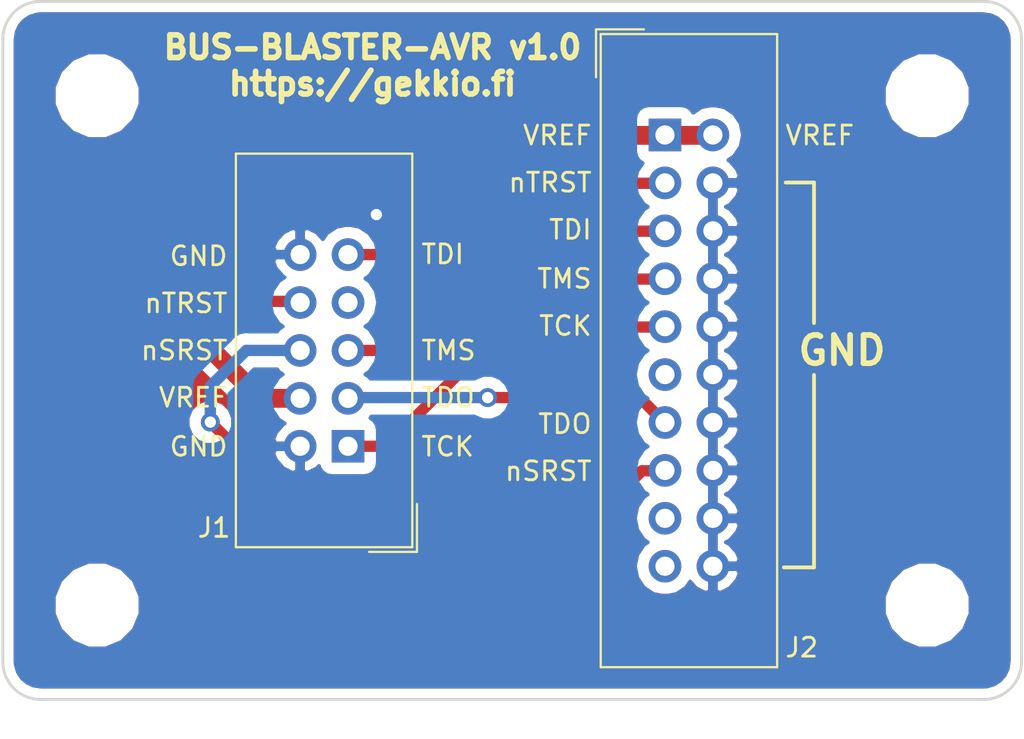
<source format=kicad_pcb>
(kicad_pcb (version 20171130) (host pcbnew 5.0.1-33cea8e~68~ubuntu18.10.1)

  (general
    (thickness 1.6)
    (drawings 31)
    (tracks 36)
    (zones 0)
    (modules 6)
    (nets 13)
  )

  (page A4)
  (title_block
    (title BUS-BLASTER-AVR)
    (rev v1.0)
    (company https://gekkio.fi)
  )

  (layers
    (0 F.Cu signal)
    (31 B.Cu signal)
    (32 B.Adhes user)
    (33 F.Adhes user)
    (34 B.Paste user)
    (35 F.Paste user)
    (36 B.SilkS user)
    (37 F.SilkS user)
    (38 B.Mask user)
    (39 F.Mask user)
    (40 Dwgs.User user)
    (41 Cmts.User user)
    (42 Eco1.User user)
    (43 Eco2.User user)
    (44 Edge.Cuts user)
    (45 Margin user)
    (46 B.CrtYd user)
    (47 F.CrtYd user)
    (48 B.Fab user)
    (49 F.Fab user)
  )

  (setup
    (last_trace_width 0.6)
    (user_trace_width 1)
    (trace_clearance 0.6)
    (zone_clearance 0.5)
    (zone_45_only no)
    (trace_min 0.2)
    (segment_width 0.2)
    (edge_width 0.15)
    (via_size 1)
    (via_drill 0.6)
    (via_min_size 0.4)
    (via_min_drill 0.3)
    (uvia_size 0.3)
    (uvia_drill 0.1)
    (uvias_allowed no)
    (uvia_min_size 0.2)
    (uvia_min_drill 0.1)
    (pcb_text_width 0.3)
    (pcb_text_size 1.5 1.5)
    (mod_edge_width 0.15)
    (mod_text_size 1 1)
    (mod_text_width 0.15)
    (pad_size 1.524 1.524)
    (pad_drill 0.762)
    (pad_to_mask_clearance 0)
    (solder_mask_min_width 0.2)
    (aux_axis_origin 0 0)
    (visible_elements FFFFFF7F)
    (pcbplotparams
      (layerselection 0x010fc_ffffffff)
      (usegerberextensions false)
      (usegerberattributes false)
      (usegerberadvancedattributes false)
      (creategerberjobfile true)
      (excludeedgelayer false)
      (linewidth 0.100000)
      (plotframeref false)
      (viasonmask false)
      (mode 1)
      (useauxorigin false)
      (hpglpennumber 1)
      (hpglpenspeed 20)
      (hpglpendiameter 15.000000)
      (psnegative false)
      (psa4output false)
      (plotreference true)
      (plotvalue true)
      (plotinvisibletext false)
      (padsonsilk false)
      (subtractmaskfromsilk false)
      (outputformat 1)
      (mirror false)
      (drillshape 0)
      (scaleselection 1)
      (outputdirectory "gerber/"))
  )

  (net 0 "")
  (net 1 "Net-(J1-Pad7)")
  (net 2 "Net-(J2-Pad11)")
  (net 3 "Net-(J2-Pad17)")
  (net 4 "Net-(J2-Pad19)")
  (net 5 TCK)
  (net 6 GND)
  (net 7 TDO)
  (net 8 VREF)
  (net 9 TMS)
  (net 10 nSRST)
  (net 11 nTRST)
  (net 12 TDI)

  (net_class Default "This is the default net class."
    (clearance 0.6)
    (trace_width 0.6)
    (via_dia 1)
    (via_drill 0.6)
    (uvia_dia 0.3)
    (uvia_drill 0.1)
    (add_net GND)
    (add_net "Net-(J1-Pad7)")
    (add_net "Net-(J2-Pad11)")
    (add_net "Net-(J2-Pad17)")
    (add_net "Net-(J2-Pad19)")
    (add_net TCK)
    (add_net TDI)
    (add_net TDO)
    (add_net TMS)
    (add_net VREF)
    (add_net nSRST)
    (add_net nTRST)
  )

  (module MountingHole:MountingHole_3.2mm_M3 (layer F.Cu) (tedit 5BCF5F7B) (tstamp 5BD0E123)
    (at 97 82)
    (descr "Mounting Hole 3.2mm, no annular, M3")
    (tags "mounting hole 3.2mm no annular m3")
    (path /5BCF96FD)
    (attr virtual)
    (fp_text reference H4 (at 0 -4.2) (layer F.SilkS) hide
      (effects (font (size 1 1) (thickness 0.15)))
    )
    (fp_text value MountingHole (at 0 4.2) (layer F.Fab)
      (effects (font (size 1 1) (thickness 0.15)))
    )
    (fp_circle (center 0 0) (end 3.45 0) (layer F.CrtYd) (width 0.05))
    (fp_circle (center 0 0) (end 3.2 0) (layer Cmts.User) (width 0.15))
    (fp_text user %R (at 0.3 0) (layer F.Fab)
      (effects (font (size 1 1) (thickness 0.15)))
    )
    (pad 1 np_thru_hole circle (at 0 0) (size 3.2 3.2) (drill 3.2) (layers *.Cu *.Mask))
  )

  (module MountingHole:MountingHole_3.2mm_M3 (layer F.Cu) (tedit 5BCF5F74) (tstamp 5BD0E11B)
    (at 97 55)
    (descr "Mounting Hole 3.2mm, no annular, M3")
    (tags "mounting hole 3.2mm no annular m3")
    (path /5BCF965D)
    (attr virtual)
    (fp_text reference H3 (at 0 -4.2) (layer F.SilkS) hide
      (effects (font (size 1 1) (thickness 0.15)))
    )
    (fp_text value MountingHole (at 0 4.2) (layer F.Fab)
      (effects (font (size 1 1) (thickness 0.15)))
    )
    (fp_text user %R (at 0.3 0) (layer F.Fab)
      (effects (font (size 1 1) (thickness 0.15)))
    )
    (fp_circle (center 0 0) (end 3.2 0) (layer Cmts.User) (width 0.15))
    (fp_circle (center 0 0) (end 3.45 0) (layer F.CrtYd) (width 0.05))
    (pad 1 np_thru_hole circle (at 0 0) (size 3.2 3.2) (drill 3.2) (layers *.Cu *.Mask))
  )

  (module MountingHole:MountingHole_3.2mm_M3 (layer F.Cu) (tedit 5BCF5F78) (tstamp 5BD0E113)
    (at 53 82)
    (descr "Mounting Hole 3.2mm, no annular, M3")
    (tags "mounting hole 3.2mm no annular m3")
    (path /5BCF96B1)
    (attr virtual)
    (fp_text reference H2 (at 0 -4.2) (layer F.SilkS) hide
      (effects (font (size 1 1) (thickness 0.15)))
    )
    (fp_text value MountingHole (at 0 4.2) (layer F.Fab)
      (effects (font (size 1 1) (thickness 0.15)))
    )
    (fp_circle (center 0 0) (end 3.45 0) (layer F.CrtYd) (width 0.05))
    (fp_circle (center 0 0) (end 3.2 0) (layer Cmts.User) (width 0.15))
    (fp_text user %R (at 0.3 0) (layer F.Fab)
      (effects (font (size 1 1) (thickness 0.15)))
    )
    (pad 1 np_thru_hole circle (at 0 0) (size 3.2 3.2) (drill 3.2) (layers *.Cu *.Mask))
  )

  (module MountingHole:MountingHole_3.2mm_M3 (layer F.Cu) (tedit 5BCF5F72) (tstamp 5BD0E10B)
    (at 53 55)
    (descr "Mounting Hole 3.2mm, no annular, M3")
    (tags "mounting hole 3.2mm no annular m3")
    (path /5BCF951C)
    (attr virtual)
    (fp_text reference H1 (at 0 -4.2) (layer F.SilkS) hide
      (effects (font (size 1 1) (thickness 0.15)))
    )
    (fp_text value MountingHole (at 0 4.2) (layer F.Fab)
      (effects (font (size 1 1) (thickness 0.15)))
    )
    (fp_text user %R (at 0.3 0) (layer F.Fab)
      (effects (font (size 1 1) (thickness 0.15)))
    )
    (fp_circle (center 0 0) (end 3.2 0) (layer Cmts.User) (width 0.15))
    (fp_circle (center 0 0) (end 3.45 0) (layer F.CrtYd) (width 0.05))
    (pad 1 np_thru_hole circle (at 0 0) (size 3.2 3.2) (drill 3.2) (layers *.Cu *.Mask))
  )

  (module Connector_IDC:IDC-Header_2x05_P2.54mm_Vertical (layer F.Cu) (tedit 59DE0611) (tstamp 5BCF6C7C)
    (at 66.3 73.58 180)
    (descr "Through hole straight IDC box header, 2x05, 2.54mm pitch, double rows")
    (tags "Through hole IDC box header THT 2x05 2.54mm double row")
    (path /59B3984B)
    (fp_text reference J1 (at 7.1 -4.32 180) (layer F.SilkS)
      (effects (font (size 1 1) (thickness 0.15)))
    )
    (fp_text value Conn_02x05_Odd_Even (at 1 -6.57 180) (layer F.Fab)
      (effects (font (size 1 1) (thickness 0.15)))
    )
    (fp_text user %R (at 1.27 5.08 180) (layer F.Fab)
      (effects (font (size 1 1) (thickness 0.15)))
    )
    (fp_line (start 5.695 -5.1) (end 5.695 15.26) (layer F.Fab) (width 0.1))
    (fp_line (start 5.145 -4.56) (end 5.145 14.7) (layer F.Fab) (width 0.1))
    (fp_line (start -3.155 -5.1) (end -3.155 15.26) (layer F.Fab) (width 0.1))
    (fp_line (start -2.605 -4.56) (end -2.605 2.83) (layer F.Fab) (width 0.1))
    (fp_line (start -2.605 7.33) (end -2.605 14.7) (layer F.Fab) (width 0.1))
    (fp_line (start -2.605 2.83) (end -3.155 2.83) (layer F.Fab) (width 0.1))
    (fp_line (start -2.605 7.33) (end -3.155 7.33) (layer F.Fab) (width 0.1))
    (fp_line (start 5.695 -5.1) (end -3.155 -5.1) (layer F.Fab) (width 0.1))
    (fp_line (start 5.145 -4.56) (end -2.605 -4.56) (layer F.Fab) (width 0.1))
    (fp_line (start 5.695 15.26) (end -3.155 15.26) (layer F.Fab) (width 0.1))
    (fp_line (start 5.145 14.7) (end -2.605 14.7) (layer F.Fab) (width 0.1))
    (fp_line (start 5.695 -5.1) (end 5.145 -4.56) (layer F.Fab) (width 0.1))
    (fp_line (start 5.695 15.26) (end 5.145 14.7) (layer F.Fab) (width 0.1))
    (fp_line (start -3.155 -5.1) (end -2.605 -4.56) (layer F.Fab) (width 0.1))
    (fp_line (start -3.155 15.26) (end -2.605 14.7) (layer F.Fab) (width 0.1))
    (fp_line (start 5.95 -5.35) (end 5.95 15.51) (layer F.CrtYd) (width 0.05))
    (fp_line (start 5.95 15.51) (end -3.41 15.51) (layer F.CrtYd) (width 0.05))
    (fp_line (start -3.41 15.51) (end -3.41 -5.35) (layer F.CrtYd) (width 0.05))
    (fp_line (start -3.41 -5.35) (end 5.95 -5.35) (layer F.CrtYd) (width 0.05))
    (fp_line (start 5.945 -5.35) (end 5.945 15.51) (layer F.SilkS) (width 0.12))
    (fp_line (start 5.945 15.51) (end -3.405 15.51) (layer F.SilkS) (width 0.12))
    (fp_line (start -3.405 15.51) (end -3.405 -5.35) (layer F.SilkS) (width 0.12))
    (fp_line (start -3.405 -5.35) (end 5.945 -5.35) (layer F.SilkS) (width 0.12))
    (fp_line (start -3.655 -5.6) (end -3.655 -3.06) (layer F.SilkS) (width 0.12))
    (fp_line (start -3.655 -5.6) (end -1.115 -5.6) (layer F.SilkS) (width 0.12))
    (pad 1 thru_hole rect (at 0 0 180) (size 1.7272 1.7272) (drill 1.016) (layers *.Cu *.Mask)
      (net 5 TCK))
    (pad 2 thru_hole oval (at 2.54 0 180) (size 1.7272 1.7272) (drill 1.016) (layers *.Cu *.Mask)
      (net 6 GND))
    (pad 3 thru_hole oval (at 0 2.54 180) (size 1.7272 1.7272) (drill 1.016) (layers *.Cu *.Mask)
      (net 7 TDO))
    (pad 4 thru_hole oval (at 2.54 2.54 180) (size 1.7272 1.7272) (drill 1.016) (layers *.Cu *.Mask)
      (net 8 VREF))
    (pad 5 thru_hole oval (at 0 5.08 180) (size 1.7272 1.7272) (drill 1.016) (layers *.Cu *.Mask)
      (net 9 TMS))
    (pad 6 thru_hole oval (at 2.54 5.08 180) (size 1.7272 1.7272) (drill 1.016) (layers *.Cu *.Mask)
      (net 10 nSRST))
    (pad 7 thru_hole oval (at 0 7.62 180) (size 1.7272 1.7272) (drill 1.016) (layers *.Cu *.Mask)
      (net 1 "Net-(J1-Pad7)"))
    (pad 8 thru_hole oval (at 2.54 7.62 180) (size 1.7272 1.7272) (drill 1.016) (layers *.Cu *.Mask)
      (net 11 nTRST))
    (pad 9 thru_hole oval (at 0 10.16 180) (size 1.7272 1.7272) (drill 1.016) (layers *.Cu *.Mask)
      (net 12 TDI))
    (pad 10 thru_hole oval (at 2.54 10.16 180) (size 1.7272 1.7272) (drill 1.016) (layers *.Cu *.Mask)
      (net 6 GND))
    (model ${KISYS3DMOD}/Connector_IDC.3dshapes/IDC-Header_2x05_P2.54mm_Vertical.wrl
      (at (xyz 0 0 0))
      (scale (xyz 1 1 1))
      (rotate (xyz 0 0 0))
    )
  )

  (module Connector_IDC:IDC-Header_2x10_P2.54mm_Vertical (layer F.Cu) (tedit 59DE0251) (tstamp 5BCF6C4B)
    (at 83.1 57.08)
    (descr "Through hole straight IDC box header, 2x10, 2.54mm pitch, double rows")
    (tags "Through hole IDC box header THT 2x10 2.54mm double row")
    (path /59B398A1)
    (fp_text reference J2 (at 7.25 27.17) (layer F.SilkS)
      (effects (font (size 1 1) (thickness 0.15)))
    )
    (fp_text value Conn_02x10_Odd_Even (at 1.2 31.17) (layer F.Fab)
      (effects (font (size 1 1) (thickness 0.15)))
    )
    (fp_text user %R (at 1.27 11.43) (layer F.Fab)
      (effects (font (size 1 1) (thickness 0.15)))
    )
    (fp_line (start 5.695 -5.1) (end 5.695 27.96) (layer F.Fab) (width 0.1))
    (fp_line (start 5.145 -4.56) (end 5.145 27.4) (layer F.Fab) (width 0.1))
    (fp_line (start -3.155 -5.1) (end -3.155 27.96) (layer F.Fab) (width 0.1))
    (fp_line (start -2.605 -4.56) (end -2.605 9.18) (layer F.Fab) (width 0.1))
    (fp_line (start -2.605 13.68) (end -2.605 27.4) (layer F.Fab) (width 0.1))
    (fp_line (start -2.605 9.18) (end -3.155 9.18) (layer F.Fab) (width 0.1))
    (fp_line (start -2.605 13.68) (end -3.155 13.68) (layer F.Fab) (width 0.1))
    (fp_line (start 5.695 -5.1) (end -3.155 -5.1) (layer F.Fab) (width 0.1))
    (fp_line (start 5.145 -4.56) (end -2.605 -4.56) (layer F.Fab) (width 0.1))
    (fp_line (start 5.695 27.96) (end -3.155 27.96) (layer F.Fab) (width 0.1))
    (fp_line (start 5.145 27.4) (end -2.605 27.4) (layer F.Fab) (width 0.1))
    (fp_line (start 5.695 -5.1) (end 5.145 -4.56) (layer F.Fab) (width 0.1))
    (fp_line (start 5.695 27.96) (end 5.145 27.4) (layer F.Fab) (width 0.1))
    (fp_line (start -3.155 -5.1) (end -2.605 -4.56) (layer F.Fab) (width 0.1))
    (fp_line (start -3.155 27.96) (end -2.605 27.4) (layer F.Fab) (width 0.1))
    (fp_line (start 5.95 -5.35) (end 5.95 28.21) (layer F.CrtYd) (width 0.05))
    (fp_line (start 5.95 28.21) (end -3.41 28.21) (layer F.CrtYd) (width 0.05))
    (fp_line (start -3.41 28.21) (end -3.41 -5.35) (layer F.CrtYd) (width 0.05))
    (fp_line (start -3.41 -5.35) (end 5.95 -5.35) (layer F.CrtYd) (width 0.05))
    (fp_line (start 5.945 -5.35) (end 5.945 28.21) (layer F.SilkS) (width 0.12))
    (fp_line (start 5.945 28.21) (end -3.405 28.21) (layer F.SilkS) (width 0.12))
    (fp_line (start -3.405 28.21) (end -3.405 -5.35) (layer F.SilkS) (width 0.12))
    (fp_line (start -3.405 -5.35) (end 5.945 -5.35) (layer F.SilkS) (width 0.12))
    (fp_line (start -3.655 -5.6) (end -3.655 -3.06) (layer F.SilkS) (width 0.12))
    (fp_line (start -3.655 -5.6) (end -1.115 -5.6) (layer F.SilkS) (width 0.12))
    (pad 1 thru_hole rect (at 0 0) (size 1.7272 1.7272) (drill 1.016) (layers *.Cu *.Mask)
      (net 8 VREF))
    (pad 2 thru_hole oval (at 2.54 0) (size 1.7272 1.7272) (drill 1.016) (layers *.Cu *.Mask)
      (net 8 VREF))
    (pad 3 thru_hole oval (at 0 2.54) (size 1.7272 1.7272) (drill 1.016) (layers *.Cu *.Mask)
      (net 11 nTRST))
    (pad 4 thru_hole oval (at 2.54 2.54) (size 1.7272 1.7272) (drill 1.016) (layers *.Cu *.Mask)
      (net 6 GND))
    (pad 5 thru_hole oval (at 0 5.08) (size 1.7272 1.7272) (drill 1.016) (layers *.Cu *.Mask)
      (net 12 TDI))
    (pad 6 thru_hole oval (at 2.54 5.08) (size 1.7272 1.7272) (drill 1.016) (layers *.Cu *.Mask)
      (net 6 GND))
    (pad 7 thru_hole oval (at 0 7.62) (size 1.7272 1.7272) (drill 1.016) (layers *.Cu *.Mask)
      (net 9 TMS))
    (pad 8 thru_hole oval (at 2.54 7.62) (size 1.7272 1.7272) (drill 1.016) (layers *.Cu *.Mask)
      (net 6 GND))
    (pad 9 thru_hole oval (at 0 10.16) (size 1.7272 1.7272) (drill 1.016) (layers *.Cu *.Mask)
      (net 5 TCK))
    (pad 10 thru_hole oval (at 2.54 10.16) (size 1.7272 1.7272) (drill 1.016) (layers *.Cu *.Mask)
      (net 6 GND))
    (pad 11 thru_hole oval (at 0 12.7) (size 1.7272 1.7272) (drill 1.016) (layers *.Cu *.Mask)
      (net 2 "Net-(J2-Pad11)"))
    (pad 12 thru_hole oval (at 2.54 12.7) (size 1.7272 1.7272) (drill 1.016) (layers *.Cu *.Mask)
      (net 6 GND))
    (pad 13 thru_hole oval (at 0 15.24) (size 1.7272 1.7272) (drill 1.016) (layers *.Cu *.Mask)
      (net 7 TDO))
    (pad 14 thru_hole oval (at 2.54 15.24) (size 1.7272 1.7272) (drill 1.016) (layers *.Cu *.Mask)
      (net 6 GND))
    (pad 15 thru_hole oval (at 0 17.78) (size 1.7272 1.7272) (drill 1.016) (layers *.Cu *.Mask)
      (net 10 nSRST))
    (pad 16 thru_hole oval (at 2.54 17.78) (size 1.7272 1.7272) (drill 1.016) (layers *.Cu *.Mask)
      (net 6 GND))
    (pad 17 thru_hole oval (at 0 20.32) (size 1.7272 1.7272) (drill 1.016) (layers *.Cu *.Mask)
      (net 3 "Net-(J2-Pad17)"))
    (pad 18 thru_hole oval (at 2.54 20.32) (size 1.7272 1.7272) (drill 1.016) (layers *.Cu *.Mask)
      (net 6 GND))
    (pad 19 thru_hole oval (at 0 22.86) (size 1.7272 1.7272) (drill 1.016) (layers *.Cu *.Mask)
      (net 4 "Net-(J2-Pad19)"))
    (pad 20 thru_hole oval (at 2.54 22.86) (size 1.7272 1.7272) (drill 1.016) (layers *.Cu *.Mask)
      (net 6 GND))
    (model ${KISYS3DMOD}/Connector_IDC.3dshapes/IDC-Header_2x10_P2.54mm_Vertical.wrl
      (at (xyz 0 0 0))
      (scale (xyz 1 1 1))
      (rotate (xyz 0 0 0))
    )
  )

  (gr_arc (start 100 52) (end 102 52) (angle -90) (layer Edge.Cuts) (width 0.15) (tstamp 5BFC6C32))
  (gr_arc (start 100 85) (end 100 87) (angle -90) (layer Edge.Cuts) (width 0.15) (tstamp 5BFC6C29))
  (gr_arc (start 50 85) (end 48 85) (angle -90) (layer Edge.Cuts) (width 0.15) (tstamp 5BFC6C21))
  (gr_arc (start 50 52) (end 50 50) (angle -90) (layer Edge.Cuts) (width 0.15))
  (gr_text "BUS-BLASTER-AVR v1.0\nhttps://gekkio.fi" (at 67.6 53.4) (layer F.SilkS)
    (effects (font (size 1.2 1.2) (thickness 0.3)))
  )
  (gr_text GND (at 60 73.6) (layer F.SilkS) (tstamp 59B3A2BA)
    (effects (font (size 1 1) (thickness 0.15)) (justify right))
  )
  (gr_text GND (at 60 63.5) (layer F.SilkS) (tstamp 59B3A2B6)
    (effects (font (size 1 1) (thickness 0.15)) (justify right))
  )
  (gr_text TDI (at 70.1 63.4) (layer F.SilkS) (tstamp 59B3A2B3)
    (effects (font (size 1 1) (thickness 0.15)) (justify left))
  )
  (gr_text TMS (at 70.1 68.5) (layer F.SilkS) (tstamp 59B3A2B0)
    (effects (font (size 1 1) (thickness 0.15)) (justify left))
  )
  (gr_text TCK (at 70.1 73.6) (layer F.SilkS) (tstamp 59B3A2AD)
    (effects (font (size 1 1) (thickness 0.15)) (justify left))
  )
  (gr_text TDO (at 70.1 71) (layer F.SilkS) (tstamp 59B3A2A9)
    (effects (font (size 1 1) (thickness 0.15)) (justify left))
  )
  (gr_text nSRST (at 60 68.5) (layer F.SilkS) (tstamp 59B3A2A7)
    (effects (font (size 1 1) (thickness 0.15)) (justify right))
  )
  (gr_text nTRST (at 60 66) (layer F.SilkS) (tstamp 59B3A29E)
    (effects (font (size 1 1) (thickness 0.15)) (justify right))
  )
  (gr_text VREF (at 60 71) (layer F.SilkS) (tstamp 59B3A29B)
    (effects (font (size 1 1) (thickness 0.15)) (justify right))
  )
  (gr_text nSRST (at 79.3 74.9) (layer F.SilkS) (tstamp 59B3A293)
    (effects (font (size 1 1) (thickness 0.15)) (justify right))
  )
  (gr_text TDO (at 79.3 72.4) (layer F.SilkS) (tstamp 59B3A290)
    (effects (font (size 1 1) (thickness 0.15)) (justify right))
  )
  (gr_text TCK (at 79.3 67.2) (layer F.SilkS) (tstamp 59B3A28D)
    (effects (font (size 1 1) (thickness 0.15)) (justify right))
  )
  (gr_text TMS (at 79.3 64.7) (layer F.SilkS) (tstamp 59B3A28A)
    (effects (font (size 1 1) (thickness 0.15)) (justify right))
  )
  (gr_text TDI (at 79.3 62.1) (layer F.SilkS) (tstamp 59B3A287)
    (effects (font (size 1 1) (thickness 0.15)) (justify right))
  )
  (gr_text nTRST (at 79.3 59.6) (layer F.SilkS) (tstamp 59B3A284)
    (effects (font (size 1 1) (thickness 0.15)) (justify right))
  )
  (gr_text VREF (at 79.3 57.1) (layer F.SilkS) (tstamp 59B3A27A)
    (effects (font (size 1 1) (thickness 0.15)) (justify right))
  )
  (gr_line (start 91 80) (end 91 69.8) (layer F.SilkS) (width 0.2))
  (gr_line (start 89.4 80) (end 91 80) (layer F.SilkS) (width 0.2))
  (gr_line (start 91 59.6) (end 91 67.05) (layer F.SilkS) (width 0.2))
  (gr_line (start 89.5 59.6) (end 91 59.6) (layer F.SilkS) (width 0.2))
  (gr_text GND (at 90 68.5) (layer F.SilkS) (tstamp 59B3A05B)
    (effects (font (size 1.5 1.5) (thickness 0.3)) (justify left))
  )
  (gr_text VREF (at 89.4 57.1) (layer F.SilkS)
    (effects (font (size 1 1) (thickness 0.15)) (justify left))
  )
  (gr_line (start 50 50) (end 100 50) (layer Edge.Cuts) (width 0.15))
  (gr_line (start 102 85) (end 102 52) (layer Edge.Cuts) (width 0.15))
  (gr_line (start 50 87) (end 100 87) (layer Edge.Cuts) (width 0.15))
  (gr_line (start 48 52) (end 48 85) (layer Edge.Cuts) (width 0.15))

  (segment (start 83.1 67.26) (end 74.64 67.26) (width 0.6) (layer F.Cu) (net 5))
  (segment (start 74.64 67.26) (end 68.32 73.58) (width 0.6) (layer F.Cu) (net 5))
  (segment (start 68.32 73.58) (end 66.3 73.58) (width 0.6) (layer F.Cu) (net 5))
  (via (at 67.8 61.3) (size 1) (drill 0.6) (layers F.Cu B.Cu) (net 6))
  (segment (start 73.7 71) (end 66.34 71) (width 0.6) (layer B.Cu) (net 7))
  (segment (start 66.34 71) (end 66.3 71.04) (width 0.6) (layer B.Cu) (net 7))
  (segment (start 81.76 71) (end 73.7 71) (width 0.6) (layer F.Cu) (net 7))
  (via (at 73.7 71) (size 1) (drill 0.6) (layers F.Cu B.Cu) (net 7))
  (segment (start 83.1 72.34) (end 81.76 71) (width 0.6) (layer F.Cu) (net 7))
  (segment (start 83.1 57.1) (end 63.2 57.1) (width 1) (layer F.Cu) (net 8))
  (segment (start 63.2 57.1) (end 58.3 62) (width 1) (layer F.Cu) (net 8))
  (segment (start 58.3 62) (end 58.3 67.7) (width 1) (layer F.Cu) (net 8))
  (segment (start 61.64 71.04) (end 63.76 71.04) (width 1) (layer F.Cu) (net 8))
  (segment (start 58.3 67.7) (end 61.64 71.04) (width 1) (layer F.Cu) (net 8))
  (segment (start 83.1 57.1) (end 85.64 57.1) (width 1) (layer F.Cu) (net 8))
  (segment (start 83.1 64.72) (end 72.48 64.72) (width 0.6) (layer F.Cu) (net 9))
  (segment (start 72.48 64.72) (end 68.7 68.5) (width 0.6) (layer F.Cu) (net 9))
  (segment (start 68.7 68.5) (end 66.3 68.5) (width 0.6) (layer F.Cu) (net 9))
  (segment (start 59 72.3) (end 59 70.4) (width 0.6) (layer B.Cu) (net 10))
  (segment (start 59 70.4) (end 60.9 68.5) (width 0.6) (layer B.Cu) (net 10))
  (segment (start 60.9 68.5) (end 63.76 68.5) (width 0.6) (layer B.Cu) (net 10))
  (segment (start 80.658686 76.1) (end 62.8 76.1) (width 0.6) (layer F.Cu) (net 10))
  (via (at 59 72.3) (size 1) (drill 0.6) (layers F.Cu B.Cu) (net 10))
  (segment (start 62.8 76.1) (end 59 72.3) (width 0.6) (layer F.Cu) (net 10))
  (segment (start 83.1 74.88) (end 81.878686 74.88) (width 0.6) (layer F.Cu) (net 10))
  (segment (start 81.878686 74.88) (end 80.658686 76.1) (width 0.6) (layer F.Cu) (net 10))
  (segment (start 62.1 65.9) (end 63.7 65.9) (width 0.6) (layer F.Cu) (net 11))
  (segment (start 61.3 65.1) (end 62.1 65.9) (width 0.6) (layer F.Cu) (net 11))
  (segment (start 61.3 61.9) (end 61.3 65.1) (width 0.6) (layer F.Cu) (net 11))
  (segment (start 83.1 59.64) (end 63.56 59.64) (width 0.6) (layer F.Cu) (net 11))
  (segment (start 63.7 65.9) (end 63.76 65.96) (width 0.6) (layer F.Cu) (net 11))
  (segment (start 63.56 59.64) (end 61.3 61.9) (width 0.6) (layer F.Cu) (net 11))
  (segment (start 83.1 62.18) (end 70.02 62.18) (width 0.6) (layer F.Cu) (net 12))
  (segment (start 70.02 62.18) (end 68.78 63.42) (width 0.6) (layer F.Cu) (net 12))
  (segment (start 68.78 63.42) (end 66.3 63.42) (width 0.6) (layer F.Cu) (net 12))
  (segment (start 83.1 62.18) (end 83.1 62.40587) (width 1) (layer B.Cu) (net 12))

  (zone (net 6) (net_name GND) (layer B.Cu) (tstamp 5BD4B741) (hatch edge 0.508)
    (connect_pads (clearance 0.5))
    (min_thickness 0.2)
    (fill yes (arc_segments 16) (thermal_gap 0.508) (thermal_bridge_width 0.508))
    (polygon
      (pts
        (xy 48 50) (xy 102 50) (xy 102 87) (xy 48 87)
      )
    )
    (filled_polygon
      (pts
        (xy 100.36995 50.734868) (xy 100.710162 50.889553) (xy 100.993282 51.133505) (xy 101.196554 51.447115) (xy 101.310322 51.82753)
        (xy 101.325001 52.02506) (xy 101.325 84.95191) (xy 101.265132 85.369952) (xy 101.110448 85.71016) (xy 100.866494 85.993283)
        (xy 100.552886 86.196553) (xy 100.17247 86.310322) (xy 99.974953 86.325) (xy 50.04809 86.325) (xy 49.630048 86.265132)
        (xy 49.28984 86.110448) (xy 49.006717 85.866494) (xy 48.803447 85.552886) (xy 48.689678 85.17247) (xy 48.675 84.974953)
        (xy 48.675 81.542501) (xy 50.7 81.542501) (xy 50.7 82.457499) (xy 51.050154 83.302846) (xy 51.697154 83.949846)
        (xy 52.542501 84.3) (xy 53.457499 84.3) (xy 54.302846 83.949846) (xy 54.949846 83.302846) (xy 55.3 82.457499)
        (xy 55.3 81.542501) (xy 94.7 81.542501) (xy 94.7 82.457499) (xy 95.050154 83.302846) (xy 95.697154 83.949846)
        (xy 96.542501 84.3) (xy 97.457499 84.3) (xy 98.302846 83.949846) (xy 98.949846 83.302846) (xy 99.3 82.457499)
        (xy 99.3 81.542501) (xy 98.949846 80.697154) (xy 98.302846 80.050154) (xy 97.457499 79.7) (xy 96.542501 79.7)
        (xy 95.697154 80.050154) (xy 95.050154 80.697154) (xy 94.7 81.542501) (xy 55.3 81.542501) (xy 54.949846 80.697154)
        (xy 54.302846 80.050154) (xy 53.457499 79.7) (xy 52.542501 79.7) (xy 51.697154 80.050154) (xy 51.050154 80.697154)
        (xy 50.7 81.542501) (xy 48.675 81.542501) (xy 48.675 73.961049) (xy 62.338589 73.961049) (xy 62.485459 74.315654)
        (xy 62.864 74.747402) (xy 63.378949 75.001423) (xy 63.606 74.891532) (xy 63.606 73.734) (xy 62.449417 73.734)
        (xy 62.338589 73.961049) (xy 48.675 73.961049) (xy 48.675 72.061305) (xy 57.8 72.061305) (xy 57.8 72.538695)
        (xy 57.982689 72.979745) (xy 58.320255 73.317311) (xy 58.761305 73.5) (xy 59.238695 73.5) (xy 59.679745 73.317311)
        (xy 60.017311 72.979745) (xy 60.2 72.538695) (xy 60.2 72.061305) (xy 60.017311 71.620255) (xy 60 71.602944)
        (xy 60 70.814212) (xy 61.314213 69.5) (xy 62.547654 69.5) (xy 62.632708 69.627292) (xy 62.846286 69.77)
        (xy 62.632708 69.912708) (xy 62.287122 70.429914) (xy 62.165768 71.04) (xy 62.287122 71.650086) (xy 62.632708 72.167292)
        (xy 62.942144 72.37405) (xy 62.864 72.412598) (xy 62.485459 72.844346) (xy 62.338589 73.198951) (xy 62.449417 73.426)
        (xy 63.606 73.426) (xy 63.606 73.406) (xy 63.914 73.406) (xy 63.914 73.426) (xy 63.934 73.426)
        (xy 63.934 73.734) (xy 63.914 73.734) (xy 63.914 74.891532) (xy 64.141051 75.001423) (xy 64.656 74.747402)
        (xy 64.759611 74.629228) (xy 64.777015 74.716726) (xy 64.931729 74.948271) (xy 65.163274 75.102985) (xy 65.4364 75.157313)
        (xy 67.1636 75.157313) (xy 67.436726 75.102985) (xy 67.668271 74.948271) (xy 67.822985 74.716726) (xy 67.877313 74.4436)
        (xy 67.877313 72.7164) (xy 67.822985 72.443274) (xy 67.668271 72.211729) (xy 67.481145 72.086695) (xy 67.539073 72)
        (xy 73.002944 72) (xy 73.020255 72.017311) (xy 73.461305 72.2) (xy 73.938695 72.2) (xy 74.379745 72.017311)
        (xy 74.717311 71.679745) (xy 74.9 71.238695) (xy 74.9 70.761305) (xy 74.717311 70.320255) (xy 74.379745 69.982689)
        (xy 73.938695 69.8) (xy 73.461305 69.8) (xy 73.020255 69.982689) (xy 73.002944 70) (xy 67.485619 70)
        (xy 67.427292 69.912708) (xy 67.213714 69.77) (xy 67.427292 69.627292) (xy 67.772878 69.110086) (xy 67.894232 68.5)
        (xy 67.772878 67.889914) (xy 67.427292 67.372708) (xy 67.213714 67.23) (xy 67.427292 67.087292) (xy 67.772878 66.570086)
        (xy 67.894232 65.96) (xy 67.772878 65.349914) (xy 67.427292 64.832708) (xy 67.213714 64.69) (xy 67.427292 64.547292)
        (xy 67.772878 64.030086) (xy 67.894232 63.42) (xy 67.772878 62.809914) (xy 67.427292 62.292708) (xy 66.910086 61.947122)
        (xy 66.453997 61.8564) (xy 66.146003 61.8564) (xy 65.689914 61.947122) (xy 65.172708 62.292708) (xy 64.964444 62.604397)
        (xy 64.656 62.252598) (xy 64.141051 61.998577) (xy 63.914 62.108468) (xy 63.914 63.266) (xy 63.934 63.266)
        (xy 63.934 63.574) (xy 63.914 63.574) (xy 63.914 63.594) (xy 63.606 63.594) (xy 63.606 63.574)
        (xy 62.449417 63.574) (xy 62.338589 63.801049) (xy 62.485459 64.155654) (xy 62.864 64.587402) (xy 62.942144 64.62595)
        (xy 62.632708 64.832708) (xy 62.287122 65.349914) (xy 62.165768 65.96) (xy 62.287122 66.570086) (xy 62.632708 67.087292)
        (xy 62.846286 67.23) (xy 62.632708 67.372708) (xy 62.547654 67.5) (xy 60.99849 67.5) (xy 60.9 67.480409)
        (xy 60.80151 67.5) (xy 60.509819 67.558021) (xy 60.17904 67.77904) (xy 60.123247 67.86254) (xy 58.36254 69.623248)
        (xy 58.279041 69.67904) (xy 58.122909 69.912708) (xy 58.058021 70.00982) (xy 57.980409 70.4) (xy 58.000001 70.498495)
        (xy 58 71.602944) (xy 57.982689 71.620255) (xy 57.8 72.061305) (xy 48.675 72.061305) (xy 48.675 63.038951)
        (xy 62.338589 63.038951) (xy 62.449417 63.266) (xy 63.606 63.266) (xy 63.606 62.108468) (xy 63.378949 61.998577)
        (xy 62.864 62.252598) (xy 62.485459 62.684346) (xy 62.338589 63.038951) (xy 48.675 63.038951) (xy 48.675 59.62)
        (xy 81.505768 59.62) (xy 81.627122 60.230086) (xy 81.972708 60.747292) (xy 82.186286 60.89) (xy 81.972708 61.032708)
        (xy 81.627122 61.549914) (xy 81.505768 62.16) (xy 81.627122 62.770086) (xy 81.972708 63.287292) (xy 82.186286 63.43)
        (xy 81.972708 63.572708) (xy 81.627122 64.089914) (xy 81.505768 64.7) (xy 81.627122 65.310086) (xy 81.972708 65.827292)
        (xy 82.186286 65.97) (xy 81.972708 66.112708) (xy 81.627122 66.629914) (xy 81.505768 67.24) (xy 81.627122 67.850086)
        (xy 81.972708 68.367292) (xy 82.186286 68.51) (xy 81.972708 68.652708) (xy 81.627122 69.169914) (xy 81.505768 69.78)
        (xy 81.627122 70.390086) (xy 81.972708 70.907292) (xy 82.186286 71.05) (xy 81.972708 71.192708) (xy 81.627122 71.709914)
        (xy 81.505768 72.32) (xy 81.627122 72.930086) (xy 81.972708 73.447292) (xy 82.186286 73.59) (xy 81.972708 73.732708)
        (xy 81.627122 74.249914) (xy 81.505768 74.86) (xy 81.627122 75.470086) (xy 81.972708 75.987292) (xy 82.186286 76.13)
        (xy 81.972708 76.272708) (xy 81.627122 76.789914) (xy 81.505768 77.4) (xy 81.627122 78.010086) (xy 81.972708 78.527292)
        (xy 82.186286 78.67) (xy 81.972708 78.812708) (xy 81.627122 79.329914) (xy 81.505768 79.94) (xy 81.627122 80.550086)
        (xy 81.972708 81.067292) (xy 82.489914 81.412878) (xy 82.946003 81.5036) (xy 83.253997 81.5036) (xy 83.710086 81.412878)
        (xy 84.227292 81.067292) (xy 84.435556 80.755603) (xy 84.744 81.107402) (xy 85.258949 81.361423) (xy 85.486 81.251532)
        (xy 85.486 80.094) (xy 85.794 80.094) (xy 85.794 81.251532) (xy 86.021051 81.361423) (xy 86.536 81.107402)
        (xy 86.914541 80.675654) (xy 87.061411 80.321049) (xy 86.950583 80.094) (xy 85.794 80.094) (xy 85.486 80.094)
        (xy 85.466 80.094) (xy 85.466 79.786) (xy 85.486 79.786) (xy 85.486 77.554) (xy 85.794 77.554)
        (xy 85.794 79.786) (xy 86.950583 79.786) (xy 87.061411 79.558951) (xy 86.914541 79.204346) (xy 86.536 78.772598)
        (xy 86.328014 78.67) (xy 86.536 78.567402) (xy 86.914541 78.135654) (xy 87.061411 77.781049) (xy 86.950583 77.554)
        (xy 85.794 77.554) (xy 85.486 77.554) (xy 85.466 77.554) (xy 85.466 77.246) (xy 85.486 77.246)
        (xy 85.486 75.014) (xy 85.794 75.014) (xy 85.794 77.246) (xy 86.950583 77.246) (xy 87.061411 77.018951)
        (xy 86.914541 76.664346) (xy 86.536 76.232598) (xy 86.328014 76.13) (xy 86.536 76.027402) (xy 86.914541 75.595654)
        (xy 87.061411 75.241049) (xy 86.950583 75.014) (xy 85.794 75.014) (xy 85.486 75.014) (xy 85.466 75.014)
        (xy 85.466 74.706) (xy 85.486 74.706) (xy 85.486 72.474) (xy 85.794 72.474) (xy 85.794 74.706)
        (xy 86.950583 74.706) (xy 87.061411 74.478951) (xy 86.914541 74.124346) (xy 86.536 73.692598) (xy 86.328014 73.59)
        (xy 86.536 73.487402) (xy 86.914541 73.055654) (xy 87.061411 72.701049) (xy 86.950583 72.474) (xy 85.794 72.474)
        (xy 85.486 72.474) (xy 85.466 72.474) (xy 85.466 72.166) (xy 85.486 72.166) (xy 85.486 69.934)
        (xy 85.794 69.934) (xy 85.794 72.166) (xy 86.950583 72.166) (xy 87.061411 71.938951) (xy 86.914541 71.584346)
        (xy 86.536 71.152598) (xy 86.328014 71.05) (xy 86.536 70.947402) (xy 86.914541 70.515654) (xy 87.061411 70.161049)
        (xy 86.950583 69.934) (xy 85.794 69.934) (xy 85.486 69.934) (xy 85.466 69.934) (xy 85.466 69.626)
        (xy 85.486 69.626) (xy 85.486 67.394) (xy 85.794 67.394) (xy 85.794 69.626) (xy 86.950583 69.626)
        (xy 87.061411 69.398951) (xy 86.914541 69.044346) (xy 86.536 68.612598) (xy 86.328014 68.51) (xy 86.536 68.407402)
        (xy 86.914541 67.975654) (xy 87.061411 67.621049) (xy 86.950583 67.394) (xy 85.794 67.394) (xy 85.486 67.394)
        (xy 85.466 67.394) (xy 85.466 67.086) (xy 85.486 67.086) (xy 85.486 64.854) (xy 85.794 64.854)
        (xy 85.794 67.086) (xy 86.950583 67.086) (xy 87.061411 66.858951) (xy 86.914541 66.504346) (xy 86.536 66.072598)
        (xy 86.328014 65.97) (xy 86.536 65.867402) (xy 86.914541 65.435654) (xy 87.061411 65.081049) (xy 86.950583 64.854)
        (xy 85.794 64.854) (xy 85.486 64.854) (xy 85.466 64.854) (xy 85.466 64.546) (xy 85.486 64.546)
        (xy 85.486 62.314) (xy 85.794 62.314) (xy 85.794 64.546) (xy 86.950583 64.546) (xy 87.061411 64.318951)
        (xy 86.914541 63.964346) (xy 86.536 63.532598) (xy 86.328014 63.43) (xy 86.536 63.327402) (xy 86.914541 62.895654)
        (xy 87.061411 62.541049) (xy 86.950583 62.314) (xy 85.794 62.314) (xy 85.486 62.314) (xy 85.466 62.314)
        (xy 85.466 62.006) (xy 85.486 62.006) (xy 85.486 59.774) (xy 85.794 59.774) (xy 85.794 62.006)
        (xy 86.950583 62.006) (xy 87.061411 61.778951) (xy 86.914541 61.424346) (xy 86.536 60.992598) (xy 86.328014 60.89)
        (xy 86.536 60.787402) (xy 86.914541 60.355654) (xy 87.061411 60.001049) (xy 86.950583 59.774) (xy 85.794 59.774)
        (xy 85.486 59.774) (xy 85.466 59.774) (xy 85.466 59.466) (xy 85.486 59.466) (xy 85.486 59.446)
        (xy 85.794 59.446) (xy 85.794 59.466) (xy 86.950583 59.466) (xy 87.061411 59.238951) (xy 86.914541 58.884346)
        (xy 86.536 58.452598) (xy 86.457856 58.41405) (xy 86.767292 58.207292) (xy 87.112878 57.690086) (xy 87.234232 57.08)
        (xy 87.112878 56.469914) (xy 86.767292 55.952708) (xy 86.250086 55.607122) (xy 85.793997 55.5164) (xy 85.486003 55.5164)
        (xy 85.029914 55.607122) (xy 84.593305 55.898855) (xy 84.468271 55.711729) (xy 84.236726 55.557015) (xy 83.9636 55.502687)
        (xy 82.2364 55.502687) (xy 81.963274 55.557015) (xy 81.731729 55.711729) (xy 81.577015 55.943274) (xy 81.522687 56.2164)
        (xy 81.522687 57.9436) (xy 81.577015 58.216726) (xy 81.731729 58.448271) (xy 81.918855 58.573305) (xy 81.627122 59.009914)
        (xy 81.505768 59.62) (xy 48.675 59.62) (xy 48.675 54.542501) (xy 50.7 54.542501) (xy 50.7 55.457499)
        (xy 51.050154 56.302846) (xy 51.697154 56.949846) (xy 52.542501 57.3) (xy 53.457499 57.3) (xy 54.302846 56.949846)
        (xy 54.949846 56.302846) (xy 55.3 55.457499) (xy 55.3 54.542501) (xy 94.7 54.542501) (xy 94.7 55.457499)
        (xy 95.050154 56.302846) (xy 95.697154 56.949846) (xy 96.542501 57.3) (xy 97.457499 57.3) (xy 98.302846 56.949846)
        (xy 98.949846 56.302846) (xy 99.3 55.457499) (xy 99.3 54.542501) (xy 98.949846 53.697154) (xy 98.302846 53.050154)
        (xy 97.457499 52.7) (xy 96.542501 52.7) (xy 95.697154 53.050154) (xy 95.050154 53.697154) (xy 94.7 54.542501)
        (xy 55.3 54.542501) (xy 54.949846 53.697154) (xy 54.302846 53.050154) (xy 53.457499 52.7) (xy 52.542501 52.7)
        (xy 51.697154 53.050154) (xy 51.050154 53.697154) (xy 50.7 54.542501) (xy 48.675 54.542501) (xy 48.675 52.04809)
        (xy 48.734868 51.63005) (xy 48.889553 51.289838) (xy 49.133505 51.006718) (xy 49.447115 50.803446) (xy 49.82753 50.689678)
        (xy 50.025046 50.675) (xy 99.95191 50.675)
      )
    )
  )
  (zone (net 6) (net_name GND) (layer F.Cu) (tstamp 5BD4B73E) (hatch edge 0.508)
    (connect_pads (clearance 0.5))
    (min_thickness 0.2)
    (fill yes (arc_segments 16) (thermal_gap 0.508) (thermal_bridge_width 0.508))
    (polygon
      (pts
        (xy 48 50) (xy 102 50) (xy 102 87) (xy 48 87)
      )
    )
    (filled_polygon
      (pts
        (xy 100.36995 50.734868) (xy 100.710162 50.889553) (xy 100.993282 51.133505) (xy 101.196554 51.447115) (xy 101.310322 51.82753)
        (xy 101.325001 52.02506) (xy 101.325 84.95191) (xy 101.265132 85.369952) (xy 101.110448 85.71016) (xy 100.866494 85.993283)
        (xy 100.552886 86.196553) (xy 100.17247 86.310322) (xy 99.974953 86.325) (xy 50.04809 86.325) (xy 49.630048 86.265132)
        (xy 49.28984 86.110448) (xy 49.006717 85.866494) (xy 48.803447 85.552886) (xy 48.689678 85.17247) (xy 48.675 84.974953)
        (xy 48.675 81.542501) (xy 50.7 81.542501) (xy 50.7 82.457499) (xy 51.050154 83.302846) (xy 51.697154 83.949846)
        (xy 52.542501 84.3) (xy 53.457499 84.3) (xy 54.302846 83.949846) (xy 54.949846 83.302846) (xy 55.3 82.457499)
        (xy 55.3 81.542501) (xy 94.7 81.542501) (xy 94.7 82.457499) (xy 95.050154 83.302846) (xy 95.697154 83.949846)
        (xy 96.542501 84.3) (xy 97.457499 84.3) (xy 98.302846 83.949846) (xy 98.949846 83.302846) (xy 99.3 82.457499)
        (xy 99.3 81.542501) (xy 98.949846 80.697154) (xy 98.302846 80.050154) (xy 97.457499 79.7) (xy 96.542501 79.7)
        (xy 95.697154 80.050154) (xy 95.050154 80.697154) (xy 94.7 81.542501) (xy 55.3 81.542501) (xy 54.949846 80.697154)
        (xy 54.302846 80.050154) (xy 53.457499 79.7) (xy 52.542501 79.7) (xy 51.697154 80.050154) (xy 51.050154 80.697154)
        (xy 50.7 81.542501) (xy 48.675 81.542501) (xy 48.675 62) (xy 57.076491 62) (xy 57.1 62.118188)
        (xy 57.100001 67.581808) (xy 57.076491 67.7) (xy 57.169625 68.168216) (xy 57.169626 68.168217) (xy 57.434849 68.565152)
        (xy 57.535047 68.632102) (xy 60.707898 71.804954) (xy 60.774848 71.905152) (xy 61.154126 72.158577) (xy 61.171783 72.170375)
        (xy 61.639999 72.263509) (xy 61.758187 72.24) (xy 62.741523 72.24) (xy 62.942144 72.37405) (xy 62.864 72.412598)
        (xy 62.485459 72.844346) (xy 62.338589 73.198951) (xy 62.449417 73.426) (xy 63.606 73.426) (xy 63.606 73.406)
        (xy 63.914 73.406) (xy 63.914 73.426) (xy 63.934 73.426) (xy 63.934 73.734) (xy 63.914 73.734)
        (xy 63.914 74.891532) (xy 64.141051 75.001423) (xy 64.656 74.747402) (xy 64.759611 74.629228) (xy 64.777015 74.716726)
        (xy 64.931729 74.948271) (xy 65.158807 75.1) (xy 63.214214 75.1) (xy 62.075263 73.961049) (xy 62.338589 73.961049)
        (xy 62.485459 74.315654) (xy 62.864 74.747402) (xy 63.378949 75.001423) (xy 63.606 74.891532) (xy 63.606 73.734)
        (xy 62.449417 73.734) (xy 62.338589 73.961049) (xy 62.075263 73.961049) (xy 60.2 72.085788) (xy 60.2 72.061305)
        (xy 60.017311 71.620255) (xy 59.679745 71.282689) (xy 59.238695 71.1) (xy 58.761305 71.1) (xy 58.320255 71.282689)
        (xy 57.982689 71.620255) (xy 57.8 72.061305) (xy 57.8 72.538695) (xy 57.982689 72.979745) (xy 58.320255 73.317311)
        (xy 58.761305 73.5) (xy 58.785788 73.5) (xy 62.023249 76.737463) (xy 62.07904 76.82096) (xy 62.409819 77.041979)
        (xy 62.70151 77.1) (xy 62.8 77.119591) (xy 62.89849 77.1) (xy 80.560196 77.1) (xy 80.658686 77.119591)
        (xy 80.757176 77.1) (xy 81.048867 77.041979) (xy 81.379646 76.82096) (xy 81.43544 76.737458) (xy 82.100332 76.072567)
        (xy 82.186286 76.13) (xy 81.972708 76.272708) (xy 81.627122 76.789914) (xy 81.505768 77.4) (xy 81.627122 78.010086)
        (xy 81.972708 78.527292) (xy 82.186286 78.67) (xy 81.972708 78.812708) (xy 81.627122 79.329914) (xy 81.505768 79.94)
        (xy 81.627122 80.550086) (xy 81.972708 81.067292) (xy 82.489914 81.412878) (xy 82.946003 81.5036) (xy 83.253997 81.5036)
        (xy 83.710086 81.412878) (xy 84.227292 81.067292) (xy 84.435556 80.755603) (xy 84.744 81.107402) (xy 85.258949 81.361423)
        (xy 85.486 81.251532) (xy 85.486 80.094) (xy 85.794 80.094) (xy 85.794 81.251532) (xy 86.021051 81.361423)
        (xy 86.536 81.107402) (xy 86.914541 80.675654) (xy 87.061411 80.321049) (xy 86.950583 80.094) (xy 85.794 80.094)
        (xy 85.486 80.094) (xy 85.466 80.094) (xy 85.466 79.786) (xy 85.486 79.786) (xy 85.486 77.554)
        (xy 85.794 77.554) (xy 85.794 79.786) (xy 86.950583 79.786) (xy 87.061411 79.558951) (xy 86.914541 79.204346)
        (xy 86.536 78.772598) (xy 86.328014 78.67) (xy 86.536 78.567402) (xy 86.914541 78.135654) (xy 87.061411 77.781049)
        (xy 86.950583 77.554) (xy 85.794 77.554) (xy 85.486 77.554) (xy 85.466 77.554) (xy 85.466 77.246)
        (xy 85.486 77.246) (xy 85.486 75.014) (xy 85.794 75.014) (xy 85.794 77.246) (xy 86.950583 77.246)
        (xy 87.061411 77.018951) (xy 86.914541 76.664346) (xy 86.536 76.232598) (xy 86.328014 76.13) (xy 86.536 76.027402)
        (xy 86.914541 75.595654) (xy 87.061411 75.241049) (xy 86.950583 75.014) (xy 85.794 75.014) (xy 85.486 75.014)
        (xy 85.466 75.014) (xy 85.466 74.706) (xy 85.486 74.706) (xy 85.486 72.474) (xy 85.794 72.474)
        (xy 85.794 74.706) (xy 86.950583 74.706) (xy 87.061411 74.478951) (xy 86.914541 74.124346) (xy 86.536 73.692598)
        (xy 86.328014 73.59) (xy 86.536 73.487402) (xy 86.914541 73.055654) (xy 87.061411 72.701049) (xy 86.950583 72.474)
        (xy 85.794 72.474) (xy 85.486 72.474) (xy 85.466 72.474) (xy 85.466 72.166) (xy 85.486 72.166)
        (xy 85.486 69.934) (xy 85.794 69.934) (xy 85.794 72.166) (xy 86.950583 72.166) (xy 87.061411 71.938951)
        (xy 86.914541 71.584346) (xy 86.536 71.152598) (xy 86.328014 71.05) (xy 86.536 70.947402) (xy 86.914541 70.515654)
        (xy 87.061411 70.161049) (xy 86.950583 69.934) (xy 85.794 69.934) (xy 85.486 69.934) (xy 85.466 69.934)
        (xy 85.466 69.626) (xy 85.486 69.626) (xy 85.486 67.394) (xy 85.794 67.394) (xy 85.794 69.626)
        (xy 86.950583 69.626) (xy 87.061411 69.398951) (xy 86.914541 69.044346) (xy 86.536 68.612598) (xy 86.328014 68.51)
        (xy 86.536 68.407402) (xy 86.914541 67.975654) (xy 87.061411 67.621049) (xy 86.950583 67.394) (xy 85.794 67.394)
        (xy 85.486 67.394) (xy 85.466 67.394) (xy 85.466 67.086) (xy 85.486 67.086) (xy 85.486 64.854)
        (xy 85.794 64.854) (xy 85.794 67.086) (xy 86.950583 67.086) (xy 87.061411 66.858951) (xy 86.914541 66.504346)
        (xy 86.536 66.072598) (xy 86.328014 65.97) (xy 86.536 65.867402) (xy 86.914541 65.435654) (xy 87.061411 65.081049)
        (xy 86.950583 64.854) (xy 85.794 64.854) (xy 85.486 64.854) (xy 85.466 64.854) (xy 85.466 64.546)
        (xy 85.486 64.546) (xy 85.486 62.314) (xy 85.794 62.314) (xy 85.794 64.546) (xy 86.950583 64.546)
        (xy 87.061411 64.318951) (xy 86.914541 63.964346) (xy 86.536 63.532598) (xy 86.328014 63.43) (xy 86.536 63.327402)
        (xy 86.914541 62.895654) (xy 87.061411 62.541049) (xy 86.950583 62.314) (xy 85.794 62.314) (xy 85.486 62.314)
        (xy 85.466 62.314) (xy 85.466 62.006) (xy 85.486 62.006) (xy 85.486 59.774) (xy 85.794 59.774)
        (xy 85.794 62.006) (xy 86.950583 62.006) (xy 87.061411 61.778951) (xy 86.914541 61.424346) (xy 86.536 60.992598)
        (xy 86.328014 60.89) (xy 86.536 60.787402) (xy 86.914541 60.355654) (xy 87.061411 60.001049) (xy 86.950583 59.774)
        (xy 85.794 59.774) (xy 85.486 59.774) (xy 85.466 59.774) (xy 85.466 59.466) (xy 85.486 59.466)
        (xy 85.486 59.446) (xy 85.794 59.446) (xy 85.794 59.466) (xy 86.950583 59.466) (xy 87.061411 59.238951)
        (xy 86.914541 58.884346) (xy 86.536 58.452598) (xy 86.457856 58.41405) (xy 86.767292 58.207292) (xy 87.112878 57.690086)
        (xy 87.234232 57.08) (xy 87.112878 56.469914) (xy 86.767292 55.952708) (xy 86.250086 55.607122) (xy 85.793997 55.5164)
        (xy 85.486003 55.5164) (xy 85.029914 55.607122) (xy 84.593305 55.898855) (xy 84.468271 55.711729) (xy 84.236726 55.557015)
        (xy 83.9636 55.502687) (xy 82.2364 55.502687) (xy 81.963274 55.557015) (xy 81.731729 55.711729) (xy 81.60593 55.9)
        (xy 63.318186 55.9) (xy 63.199999 55.876491) (xy 63.081813 55.9) (xy 63.081812 55.9) (xy 62.731783 55.969625)
        (xy 62.334848 56.234848) (xy 62.267898 56.335046) (xy 57.535049 61.067896) (xy 57.434848 61.134848) (xy 57.184301 61.50982)
        (xy 57.169625 61.531784) (xy 57.076491 62) (xy 48.675 62) (xy 48.675 54.542501) (xy 50.7 54.542501)
        (xy 50.7 55.457499) (xy 51.050154 56.302846) (xy 51.697154 56.949846) (xy 52.542501 57.3) (xy 53.457499 57.3)
        (xy 54.302846 56.949846) (xy 54.949846 56.302846) (xy 55.3 55.457499) (xy 55.3 54.542501) (xy 94.7 54.542501)
        (xy 94.7 55.457499) (xy 95.050154 56.302846) (xy 95.697154 56.949846) (xy 96.542501 57.3) (xy 97.457499 57.3)
        (xy 98.302846 56.949846) (xy 98.949846 56.302846) (xy 99.3 55.457499) (xy 99.3 54.542501) (xy 98.949846 53.697154)
        (xy 98.302846 53.050154) (xy 97.457499 52.7) (xy 96.542501 52.7) (xy 95.697154 53.050154) (xy 95.050154 53.697154)
        (xy 94.7 54.542501) (xy 55.3 54.542501) (xy 54.949846 53.697154) (xy 54.302846 53.050154) (xy 53.457499 52.7)
        (xy 52.542501 52.7) (xy 51.697154 53.050154) (xy 51.050154 53.697154) (xy 50.7 54.542501) (xy 48.675 54.542501)
        (xy 48.675 52.04809) (xy 48.734868 51.63005) (xy 48.889553 51.289838) (xy 49.133505 51.006718) (xy 49.447115 50.803446)
        (xy 49.82753 50.689678) (xy 50.025046 50.675) (xy 99.95191 50.675)
      )
    )
    (filled_polygon
      (pts
        (xy 81.972708 60.747292) (xy 82.186286 60.89) (xy 81.972708 61.032708) (xy 81.874291 61.18) (xy 70.11849 61.18)
        (xy 70.02 61.160409) (xy 69.92151 61.18) (xy 69.629819 61.238021) (xy 69.29904 61.45904) (xy 69.243247 61.54254)
        (xy 68.365788 62.42) (xy 67.512346 62.42) (xy 67.427292 62.292708) (xy 66.910086 61.947122) (xy 66.453997 61.8564)
        (xy 66.146003 61.8564) (xy 65.689914 61.947122) (xy 65.172708 62.292708) (xy 64.964444 62.604397) (xy 64.656 62.252598)
        (xy 64.141051 61.998577) (xy 63.914 62.108468) (xy 63.914 63.266) (xy 63.934 63.266) (xy 63.934 63.574)
        (xy 63.914 63.574) (xy 63.914 63.594) (xy 63.606 63.594) (xy 63.606 63.574) (xy 63.586 63.574)
        (xy 63.586 63.266) (xy 63.606 63.266) (xy 63.606 62.108468) (xy 63.378949 61.998577) (xy 62.864 62.252598)
        (xy 62.485459 62.684346) (xy 62.338589 63.038951) (xy 62.449416 63.265998) (xy 62.3 63.265998) (xy 62.3 62.314212)
        (xy 63.974213 60.64) (xy 81.901018 60.64)
      )
    )
  )
)

</source>
